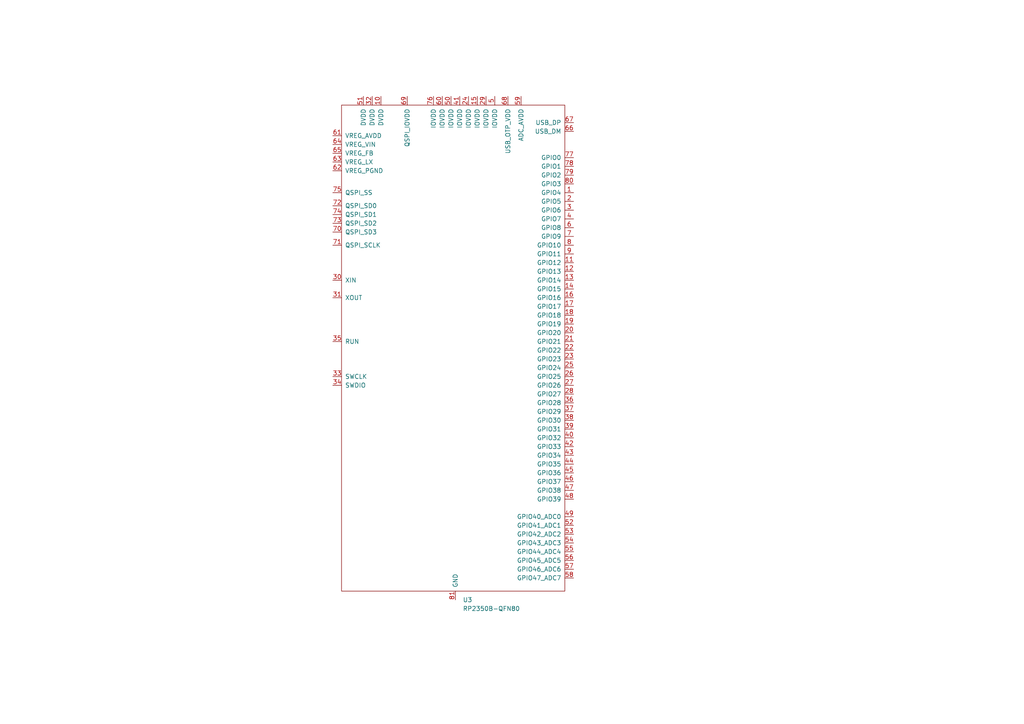
<source format=kicad_sch>
(kicad_sch
	(version 20250114)
	(generator "eeschema")
	(generator_version "9.0")
	(uuid "e7767ad8-a0a3-4c3a-bcf8-a69b1215a8b1")
	(paper "A4")
	(lib_symbols
		(symbol "rp2350b-qfn80:RP2350B-QFN80"
			(pin_names
				(offset 1.016)
			)
			(exclude_from_sim no)
			(in_bom yes)
			(on_board yes)
			(property "Reference" "U"
				(at 0 -1.27 0)
				(effects
					(font
						(size 1.27 1.27)
					)
				)
			)
			(property "Value" "RP2350B-QFN80"
				(at 0 1.27 0)
				(effects
					(font
						(size 1.27 1.27)
					)
				)
			)
			(property "Footprint" "RP2350X:RP2350B_QFN-80_EP_10.573x10.573_Pitch0.4mm"
				(at -6.35 45.72 0)
				(effects
					(font
						(size 1.27 1.27)
					)
					(hide yes)
				)
			)
			(property "Datasheet" ""
				(at -6.35 45.72 0)
				(effects
					(font
						(size 1.27 1.27)
					)
					(hide yes)
				)
			)
			(property "Description" ""
				(at -1.27 41.91 0)
				(effects
					(font
						(size 1.27 1.27)
					)
					(hide yes)
				)
			)
			(symbol "RP2350B-QFN80_0_1"
				(rectangle
					(start 31.75 66.04)
					(end -33.02 -74.93)
					(stroke
						(width 0)
						(type default)
					)
					(fill
						(type none)
					)
				)
			)
			(symbol "RP2350B-QFN80_1_0"
				(pin passive line
					(at 0 -77.47 90)
					(length 2.54)
					(name "GND"
						(effects
							(font
								(size 1.27 1.27)
							)
						)
					)
					(number "81"
						(effects
							(font
								(size 1.27 1.27)
							)
						)
					)
				)
			)
			(symbol "RP2350B-QFN80_1_1"
				(pin power_in line
					(at -35.56 57.15 0)
					(length 2.54)
					(name "VREG_AVDD"
						(effects
							(font
								(size 1.27 1.27)
							)
						)
					)
					(number "61"
						(effects
							(font
								(size 1.27 1.27)
							)
						)
					)
				)
				(pin power_in line
					(at -35.56 54.61 0)
					(length 2.54)
					(name "VREG_VIN"
						(effects
							(font
								(size 1.27 1.27)
							)
						)
					)
					(number "64"
						(effects
							(font
								(size 1.27 1.27)
							)
						)
					)
				)
				(pin power_in line
					(at -35.56 52.07 0)
					(length 2.54)
					(name "VREG_FB"
						(effects
							(font
								(size 1.27 1.27)
							)
						)
					)
					(number "65"
						(effects
							(font
								(size 1.27 1.27)
							)
						)
					)
				)
				(pin power_out line
					(at -35.56 49.53 0)
					(length 2.54)
					(name "VREG_LX"
						(effects
							(font
								(size 1.27 1.27)
							)
						)
					)
					(number "63"
						(effects
							(font
								(size 1.27 1.27)
							)
						)
					)
				)
				(pin passive line
					(at -35.56 46.99 0)
					(length 2.54)
					(name "VREG_PGND"
						(effects
							(font
								(size 1.27 1.27)
							)
						)
					)
					(number "62"
						(effects
							(font
								(size 1.27 1.27)
							)
						)
					)
				)
				(pin bidirectional line
					(at -35.56 40.64 0)
					(length 2.54)
					(name "QSPI_SS"
						(effects
							(font
								(size 1.27 1.27)
							)
						)
					)
					(number "75"
						(effects
							(font
								(size 1.27 1.27)
							)
						)
					)
				)
				(pin bidirectional line
					(at -35.56 36.83 0)
					(length 2.54)
					(name "QSPI_SD0"
						(effects
							(font
								(size 1.27 1.27)
							)
						)
					)
					(number "72"
						(effects
							(font
								(size 1.27 1.27)
							)
						)
					)
				)
				(pin bidirectional line
					(at -35.56 34.29 0)
					(length 2.54)
					(name "QSPI_SD1"
						(effects
							(font
								(size 1.27 1.27)
							)
						)
					)
					(number "74"
						(effects
							(font
								(size 1.27 1.27)
							)
						)
					)
				)
				(pin bidirectional line
					(at -35.56 31.75 0)
					(length 2.54)
					(name "QSPI_SD2"
						(effects
							(font
								(size 1.27 1.27)
							)
						)
					)
					(number "73"
						(effects
							(font
								(size 1.27 1.27)
							)
						)
					)
				)
				(pin bidirectional line
					(at -35.56 29.21 0)
					(length 2.54)
					(name "QSPI_SD3"
						(effects
							(font
								(size 1.27 1.27)
							)
						)
					)
					(number "70"
						(effects
							(font
								(size 1.27 1.27)
							)
						)
					)
				)
				(pin bidirectional line
					(at -35.56 25.4 0)
					(length 2.54)
					(name "QSPI_SCLK"
						(effects
							(font
								(size 1.27 1.27)
							)
						)
					)
					(number "71"
						(effects
							(font
								(size 1.27 1.27)
							)
						)
					)
				)
				(pin input line
					(at -35.56 15.24 0)
					(length 2.54)
					(name "XIN"
						(effects
							(font
								(size 1.27 1.27)
							)
						)
					)
					(number "30"
						(effects
							(font
								(size 1.27 1.27)
							)
						)
					)
				)
				(pin output line
					(at -35.56 10.16 0)
					(length 2.54)
					(name "XOUT"
						(effects
							(font
								(size 1.27 1.27)
							)
						)
					)
					(number "31"
						(effects
							(font
								(size 1.27 1.27)
							)
						)
					)
				)
				(pin input line
					(at -35.56 -2.54 0)
					(length 2.54)
					(name "RUN"
						(effects
							(font
								(size 1.27 1.27)
							)
						)
					)
					(number "35"
						(effects
							(font
								(size 1.27 1.27)
							)
						)
					)
				)
				(pin bidirectional line
					(at -35.56 -12.7 0)
					(length 2.54)
					(name "SWCLK"
						(effects
							(font
								(size 1.27 1.27)
							)
						)
					)
					(number "33"
						(effects
							(font
								(size 1.27 1.27)
							)
						)
					)
				)
				(pin bidirectional line
					(at -35.56 -15.24 0)
					(length 2.54)
					(name "SWDIO"
						(effects
							(font
								(size 1.27 1.27)
							)
						)
					)
					(number "34"
						(effects
							(font
								(size 1.27 1.27)
							)
						)
					)
				)
				(pin power_in line
					(at -26.67 68.58 270)
					(length 2.54)
					(name "DVDD"
						(effects
							(font
								(size 1.27 1.27)
							)
						)
					)
					(number "51"
						(effects
							(font
								(size 1.27 1.27)
							)
						)
					)
				)
				(pin power_in line
					(at -24.13 68.58 270)
					(length 2.54)
					(name "DVDD"
						(effects
							(font
								(size 1.27 1.27)
							)
						)
					)
					(number "32"
						(effects
							(font
								(size 1.27 1.27)
							)
						)
					)
				)
				(pin power_in line
					(at -21.59 68.58 270)
					(length 2.54)
					(name "DVDD"
						(effects
							(font
								(size 1.27 1.27)
							)
						)
					)
					(number "10"
						(effects
							(font
								(size 1.27 1.27)
							)
						)
					)
				)
				(pin bidirectional line
					(at -13.97 68.58 270)
					(length 2.54)
					(name "QSPI_IOVDD"
						(effects
							(font
								(size 1.27 1.27)
							)
						)
					)
					(number "69"
						(effects
							(font
								(size 1.27 1.27)
							)
						)
					)
				)
				(pin power_in line
					(at -6.35 68.58 270)
					(length 2.54)
					(name "IOVDD"
						(effects
							(font
								(size 1.27 1.27)
							)
						)
					)
					(number "76"
						(effects
							(font
								(size 1.27 1.27)
							)
						)
					)
				)
				(pin power_in line
					(at -3.81 68.58 270)
					(length 2.54)
					(name "IOVDD"
						(effects
							(font
								(size 1.27 1.27)
							)
						)
					)
					(number "60"
						(effects
							(font
								(size 1.27 1.27)
							)
						)
					)
				)
				(pin power_in line
					(at -1.27 68.58 270)
					(length 2.54)
					(name "IOVDD"
						(effects
							(font
								(size 1.27 1.27)
							)
						)
					)
					(number "50"
						(effects
							(font
								(size 1.27 1.27)
							)
						)
					)
				)
				(pin power_in line
					(at 1.27 68.58 270)
					(length 2.54)
					(name "IOVDD"
						(effects
							(font
								(size 1.27 1.27)
							)
						)
					)
					(number "41"
						(effects
							(font
								(size 1.27 1.27)
							)
						)
					)
				)
				(pin power_in line
					(at 3.81 68.58 270)
					(length 2.54)
					(name "IOVDD"
						(effects
							(font
								(size 1.27 1.27)
							)
						)
					)
					(number "24"
						(effects
							(font
								(size 1.27 1.27)
							)
						)
					)
				)
				(pin power_in line
					(at 6.35 68.58 270)
					(length 2.54)
					(name "IOVDD"
						(effects
							(font
								(size 1.27 1.27)
							)
						)
					)
					(number "15"
						(effects
							(font
								(size 1.27 1.27)
							)
						)
					)
				)
				(pin power_in line
					(at 8.89 68.58 270)
					(length 2.54)
					(name "IOVDD"
						(effects
							(font
								(size 1.27 1.27)
							)
						)
					)
					(number "29"
						(effects
							(font
								(size 1.27 1.27)
							)
						)
					)
				)
				(pin power_in line
					(at 11.43 68.58 270)
					(length 2.54)
					(name "IOVDD"
						(effects
							(font
								(size 1.27 1.27)
							)
						)
					)
					(number "5"
						(effects
							(font
								(size 1.27 1.27)
							)
						)
					)
				)
				(pin power_in line
					(at 15.24 68.58 270)
					(length 2.54)
					(name "USB_OTP_VDD"
						(effects
							(font
								(size 1.27 1.27)
							)
						)
					)
					(number "68"
						(effects
							(font
								(size 1.27 1.27)
							)
						)
					)
				)
				(pin power_in line
					(at 19.05 68.58 270)
					(length 2.54)
					(name "ADC_AVDD"
						(effects
							(font
								(size 1.27 1.27)
							)
						)
					)
					(number "59"
						(effects
							(font
								(size 1.27 1.27)
							)
						)
					)
				)
				(pin bidirectional line
					(at 34.29 60.96 180)
					(length 2.54)
					(name "USB_DP"
						(effects
							(font
								(size 1.27 1.27)
							)
						)
					)
					(number "67"
						(effects
							(font
								(size 1.27 1.27)
							)
						)
					)
				)
				(pin bidirectional line
					(at 34.29 58.42 180)
					(length 2.54)
					(name "USB_DM"
						(effects
							(font
								(size 1.27 1.27)
							)
						)
					)
					(number "66"
						(effects
							(font
								(size 1.27 1.27)
							)
						)
					)
				)
				(pin bidirectional line
					(at 34.29 50.8 180)
					(length 2.54)
					(name "GPIO0"
						(effects
							(font
								(size 1.27 1.27)
							)
						)
					)
					(number "77"
						(effects
							(font
								(size 1.27 1.27)
							)
						)
					)
				)
				(pin bidirectional line
					(at 34.29 48.26 180)
					(length 2.54)
					(name "GPIO1"
						(effects
							(font
								(size 1.27 1.27)
							)
						)
					)
					(number "78"
						(effects
							(font
								(size 1.27 1.27)
							)
						)
					)
				)
				(pin bidirectional line
					(at 34.29 45.72 180)
					(length 2.54)
					(name "GPIO2"
						(effects
							(font
								(size 1.27 1.27)
							)
						)
					)
					(number "79"
						(effects
							(font
								(size 1.27 1.27)
							)
						)
					)
				)
				(pin bidirectional line
					(at 34.29 43.18 180)
					(length 2.54)
					(name "GPIO3"
						(effects
							(font
								(size 1.27 1.27)
							)
						)
					)
					(number "80"
						(effects
							(font
								(size 1.27 1.27)
							)
						)
					)
				)
				(pin bidirectional line
					(at 34.29 40.64 180)
					(length 2.54)
					(name "GPIO4"
						(effects
							(font
								(size 1.27 1.27)
							)
						)
					)
					(number "1"
						(effects
							(font
								(size 1.27 1.27)
							)
						)
					)
				)
				(pin bidirectional line
					(at 34.29 38.1 180)
					(length 2.54)
					(name "GPIO5"
						(effects
							(font
								(size 1.27 1.27)
							)
						)
					)
					(number "2"
						(effects
							(font
								(size 1.27 1.27)
							)
						)
					)
				)
				(pin bidirectional line
					(at 34.29 35.56 180)
					(length 2.54)
					(name "GPIO6"
						(effects
							(font
								(size 1.27 1.27)
							)
						)
					)
					(number "3"
						(effects
							(font
								(size 1.27 1.27)
							)
						)
					)
				)
				(pin bidirectional line
					(at 34.29 33.02 180)
					(length 2.54)
					(name "GPIO7"
						(effects
							(font
								(size 1.27 1.27)
							)
						)
					)
					(number "4"
						(effects
							(font
								(size 1.27 1.27)
							)
						)
					)
				)
				(pin bidirectional line
					(at 34.29 30.48 180)
					(length 2.54)
					(name "GPIO8"
						(effects
							(font
								(size 1.27 1.27)
							)
						)
					)
					(number "6"
						(effects
							(font
								(size 1.27 1.27)
							)
						)
					)
				)
				(pin bidirectional line
					(at 34.29 27.94 180)
					(length 2.54)
					(name "GPIO9"
						(effects
							(font
								(size 1.27 1.27)
							)
						)
					)
					(number "7"
						(effects
							(font
								(size 1.27 1.27)
							)
						)
					)
				)
				(pin bidirectional line
					(at 34.29 25.4 180)
					(length 2.54)
					(name "GPIO10"
						(effects
							(font
								(size 1.27 1.27)
							)
						)
					)
					(number "8"
						(effects
							(font
								(size 1.27 1.27)
							)
						)
					)
				)
				(pin bidirectional line
					(at 34.29 22.86 180)
					(length 2.54)
					(name "GPIO11"
						(effects
							(font
								(size 1.27 1.27)
							)
						)
					)
					(number "9"
						(effects
							(font
								(size 1.27 1.27)
							)
						)
					)
				)
				(pin bidirectional line
					(at 34.29 20.32 180)
					(length 2.54)
					(name "GPIO12"
						(effects
							(font
								(size 1.27 1.27)
							)
						)
					)
					(number "11"
						(effects
							(font
								(size 1.27 1.27)
							)
						)
					)
				)
				(pin bidirectional line
					(at 34.29 17.78 180)
					(length 2.54)
					(name "GPIO13"
						(effects
							(font
								(size 1.27 1.27)
							)
						)
					)
					(number "12"
						(effects
							(font
								(size 1.27 1.27)
							)
						)
					)
				)
				(pin bidirectional line
					(at 34.29 15.24 180)
					(length 2.54)
					(name "GPIO14"
						(effects
							(font
								(size 1.27 1.27)
							)
						)
					)
					(number "13"
						(effects
							(font
								(size 1.27 1.27)
							)
						)
					)
				)
				(pin bidirectional line
					(at 34.29 12.7 180)
					(length 2.54)
					(name "GPIO15"
						(effects
							(font
								(size 1.27 1.27)
							)
						)
					)
					(number "14"
						(effects
							(font
								(size 1.27 1.27)
							)
						)
					)
				)
				(pin bidirectional line
					(at 34.29 10.16 180)
					(length 2.54)
					(name "GPIO16"
						(effects
							(font
								(size 1.27 1.27)
							)
						)
					)
					(number "16"
						(effects
							(font
								(size 1.27 1.27)
							)
						)
					)
				)
				(pin bidirectional line
					(at 34.29 7.62 180)
					(length 2.54)
					(name "GPIO17"
						(effects
							(font
								(size 1.27 1.27)
							)
						)
					)
					(number "17"
						(effects
							(font
								(size 1.27 1.27)
							)
						)
					)
				)
				(pin bidirectional line
					(at 34.29 5.08 180)
					(length 2.54)
					(name "GPIO18"
						(effects
							(font
								(size 1.27 1.27)
							)
						)
					)
					(number "18"
						(effects
							(font
								(size 1.27 1.27)
							)
						)
					)
				)
				(pin bidirectional line
					(at 34.29 2.54 180)
					(length 2.54)
					(name "GPIO19"
						(effects
							(font
								(size 1.27 1.27)
							)
						)
					)
					(number "19"
						(effects
							(font
								(size 1.27 1.27)
							)
						)
					)
				)
				(pin bidirectional line
					(at 34.29 0 180)
					(length 2.54)
					(name "GPIO20"
						(effects
							(font
								(size 1.27 1.27)
							)
						)
					)
					(number "20"
						(effects
							(font
								(size 1.27 1.27)
							)
						)
					)
				)
				(pin bidirectional line
					(at 34.29 -2.54 180)
					(length 2.54)
					(name "GPIO21"
						(effects
							(font
								(size 1.27 1.27)
							)
						)
					)
					(number "21"
						(effects
							(font
								(size 1.27 1.27)
							)
						)
					)
				)
				(pin bidirectional line
					(at 34.29 -5.08 180)
					(length 2.54)
					(name "GPIO22"
						(effects
							(font
								(size 1.27 1.27)
							)
						)
					)
					(number "22"
						(effects
							(font
								(size 1.27 1.27)
							)
						)
					)
				)
				(pin bidirectional line
					(at 34.29 -7.62 180)
					(length 2.54)
					(name "GPIO23"
						(effects
							(font
								(size 1.27 1.27)
							)
						)
					)
					(number "23"
						(effects
							(font
								(size 1.27 1.27)
							)
						)
					)
				)
				(pin bidirectional line
					(at 34.29 -10.16 180)
					(length 2.54)
					(name "GPIO24"
						(effects
							(font
								(size 1.27 1.27)
							)
						)
					)
					(number "25"
						(effects
							(font
								(size 1.27 1.27)
							)
						)
					)
				)
				(pin bidirectional line
					(at 34.29 -12.7 180)
					(length 2.54)
					(name "GPIO25"
						(effects
							(font
								(size 1.27 1.27)
							)
						)
					)
					(number "26"
						(effects
							(font
								(size 1.27 1.27)
							)
						)
					)
				)
				(pin bidirectional line
					(at 34.29 -15.24 180)
					(length 2.54)
					(name "GPIO26"
						(effects
							(font
								(size 1.27 1.27)
							)
						)
					)
					(number "27"
						(effects
							(font
								(size 1.27 1.27)
							)
						)
					)
				)
				(pin bidirectional line
					(at 34.29 -17.78 180)
					(length 2.54)
					(name "GPIO27"
						(effects
							(font
								(size 1.27 1.27)
							)
						)
					)
					(number "28"
						(effects
							(font
								(size 1.27 1.27)
							)
						)
					)
				)
				(pin bidirectional line
					(at 34.29 -20.32 180)
					(length 2.54)
					(name "GPIO28"
						(effects
							(font
								(size 1.27 1.27)
							)
						)
					)
					(number "36"
						(effects
							(font
								(size 1.27 1.27)
							)
						)
					)
				)
				(pin bidirectional line
					(at 34.29 -22.86 180)
					(length 2.54)
					(name "GPIO29"
						(effects
							(font
								(size 1.27 1.27)
							)
						)
					)
					(number "37"
						(effects
							(font
								(size 1.27 1.27)
							)
						)
					)
				)
				(pin bidirectional line
					(at 34.29 -25.4 180)
					(length 2.54)
					(name "GPIO30"
						(effects
							(font
								(size 1.27 1.27)
							)
						)
					)
					(number "38"
						(effects
							(font
								(size 1.27 1.27)
							)
						)
					)
				)
				(pin bidirectional line
					(at 34.29 -27.94 180)
					(length 2.54)
					(name "GPIO31"
						(effects
							(font
								(size 1.27 1.27)
							)
						)
					)
					(number "39"
						(effects
							(font
								(size 1.27 1.27)
							)
						)
					)
				)
				(pin bidirectional line
					(at 34.29 -30.48 180)
					(length 2.54)
					(name "GPIO32"
						(effects
							(font
								(size 1.27 1.27)
							)
						)
					)
					(number "40"
						(effects
							(font
								(size 1.27 1.27)
							)
						)
					)
				)
				(pin bidirectional line
					(at 34.29 -33.02 180)
					(length 2.54)
					(name "GPIO33"
						(effects
							(font
								(size 1.27 1.27)
							)
						)
					)
					(number "42"
						(effects
							(font
								(size 1.27 1.27)
							)
						)
					)
				)
				(pin bidirectional line
					(at 34.29 -35.56 180)
					(length 2.54)
					(name "GPIO34"
						(effects
							(font
								(size 1.27 1.27)
							)
						)
					)
					(number "43"
						(effects
							(font
								(size 1.27 1.27)
							)
						)
					)
				)
				(pin bidirectional line
					(at 34.29 -38.1 180)
					(length 2.54)
					(name "GPIO35"
						(effects
							(font
								(size 1.27 1.27)
							)
						)
					)
					(number "44"
						(effects
							(font
								(size 1.27 1.27)
							)
						)
					)
				)
				(pin bidirectional line
					(at 34.29 -40.64 180)
					(length 2.54)
					(name "GPIO36"
						(effects
							(font
								(size 1.27 1.27)
							)
						)
					)
					(number "45"
						(effects
							(font
								(size 1.27 1.27)
							)
						)
					)
				)
				(pin bidirectional line
					(at 34.29 -43.18 180)
					(length 2.54)
					(name "GPIO37"
						(effects
							(font
								(size 1.27 1.27)
							)
						)
					)
					(number "46"
						(effects
							(font
								(size 1.27 1.27)
							)
						)
					)
				)
				(pin bidirectional line
					(at 34.29 -45.72 180)
					(length 2.54)
					(name "GPIO38"
						(effects
							(font
								(size 1.27 1.27)
							)
						)
					)
					(number "47"
						(effects
							(font
								(size 1.27 1.27)
							)
						)
					)
				)
				(pin bidirectional line
					(at 34.29 -48.26 180)
					(length 2.54)
					(name "GPIO39"
						(effects
							(font
								(size 1.27 1.27)
							)
						)
					)
					(number "48"
						(effects
							(font
								(size 1.27 1.27)
							)
						)
					)
				)
				(pin bidirectional line
					(at 34.29 -53.34 180)
					(length 2.54)
					(name "GPIO40_ADC0"
						(effects
							(font
								(size 1.27 1.27)
							)
						)
					)
					(number "49"
						(effects
							(font
								(size 1.27 1.27)
							)
						)
					)
				)
				(pin bidirectional line
					(at 34.29 -55.88 180)
					(length 2.54)
					(name "GPIO41_ADC1"
						(effects
							(font
								(size 1.27 1.27)
							)
						)
					)
					(number "52"
						(effects
							(font
								(size 1.27 1.27)
							)
						)
					)
				)
				(pin bidirectional line
					(at 34.29 -58.42 180)
					(length 2.54)
					(name "GPIO42_ADC2"
						(effects
							(font
								(size 1.27 1.27)
							)
						)
					)
					(number "53"
						(effects
							(font
								(size 1.27 1.27)
							)
						)
					)
				)
				(pin bidirectional line
					(at 34.29 -60.96 180)
					(length 2.54)
					(name "GPIO43_ADC3"
						(effects
							(font
								(size 1.27 1.27)
							)
						)
					)
					(number "54"
						(effects
							(font
								(size 1.27 1.27)
							)
						)
					)
				)
				(pin bidirectional line
					(at 34.29 -63.5 180)
					(length 2.54)
					(name "GPIO44_ADC4"
						(effects
							(font
								(size 1.27 1.27)
							)
						)
					)
					(number "55"
						(effects
							(font
								(size 1.27 1.27)
							)
						)
					)
				)
				(pin bidirectional line
					(at 34.29 -66.04 180)
					(length 2.54)
					(name "GPIO45_ADC5"
						(effects
							(font
								(size 1.27 1.27)
							)
						)
					)
					(number "56"
						(effects
							(font
								(size 1.27 1.27)
							)
						)
					)
				)
				(pin bidirectional line
					(at 34.29 -68.58 180)
					(length 2.54)
					(name "GPIO46_ADC6"
						(effects
							(font
								(size 1.27 1.27)
							)
						)
					)
					(number "57"
						(effects
							(font
								(size 1.27 1.27)
							)
						)
					)
				)
				(pin bidirectional line
					(at 34.29 -71.12 180)
					(length 2.54)
					(name "GPIO47_ADC7"
						(effects
							(font
								(size 1.27 1.27)
							)
						)
					)
					(number "58"
						(effects
							(font
								(size 1.27 1.27)
							)
						)
					)
				)
			)
			(embedded_fonts no)
		)
	)
	(symbol
		(lib_id "rp2350b-qfn80:RP2350B-QFN80")
		(at 132.08 96.52 0)
		(unit 1)
		(exclude_from_sim no)
		(in_bom yes)
		(on_board yes)
		(dnp no)
		(fields_autoplaced yes)
		(uuid "aea81258-a861-4181-af03-25e48b78db12")
		(property "Reference" "U3"
			(at 134.2233 173.99 0)
			(effects
				(font
					(size 1.27 1.27)
				)
				(justify left)
			)
		)
		(property "Value" "RP2350B-QFN80"
			(at 134.2233 176.53 0)
			(effects
				(font
					(size 1.27 1.27)
				)
				(justify left)
			)
		)
		(property "Footprint" "RP2350X:RP2350B_QFN-80_EP_10.573x10.573_Pitch0.4mm"
			(at 125.73 50.8 0)
			(effects
				(font
					(size 1.27 1.27)
				)
				(hide yes)
			)
		)
		(property "Datasheet" ""
			(at 125.73 50.8 0)
			(effects
				(font
					(size 1.27 1.27)
				)
				(hide yes)
			)
		)
		(property "Description" ""
			(at 130.81 54.61 0)
			(effects
				(font
					(size 1.27 1.27)
				)
				(hide yes)
			)
		)
		(pin "4"
			(uuid "300dde5b-8213-4993-89a7-dec9ab0efa07")
		)
		(pin "7"
			(uuid "962dbe47-96d2-489d-bb6f-34760dfd2788")
		)
		(pin "9"
			(uuid "d94ed014-ad0d-48c3-b87e-c42a6ecb000e")
		)
		(pin "24"
			(uuid "168c04a8-d8f6-4ab1-92da-e50b9ceca99d")
		)
		(pin "80"
			(uuid "7f2bb2c2-8cb8-4426-846a-a0cc86f2a82e")
		)
		(pin "66"
			(uuid "b5c19f39-c0ff-4f11-ad4c-40d897e7d985")
		)
		(pin "78"
			(uuid "78db9403-25dd-492b-b7bd-142e1154385e")
		)
		(pin "2"
			(uuid "7c96cf2f-d741-4454-9954-974302aff7d2")
		)
		(pin "60"
			(uuid "96ef6002-ccad-4cd6-a514-b50c8a600069")
		)
		(pin "50"
			(uuid "8be8f5e3-a07d-4b08-b2d8-9c7d40d1836b")
		)
		(pin "59"
			(uuid "51dfac15-1df9-4404-b596-a6efc82f33df")
		)
		(pin "41"
			(uuid "ef28a090-6840-42ed-9160-2d8d307cf69e")
		)
		(pin "29"
			(uuid "3544bd97-e050-45f1-a022-9d12bb4811a5")
		)
		(pin "77"
			(uuid "f48b5935-3a7b-4155-a56d-8b593d2df020")
		)
		(pin "68"
			(uuid "55c4b876-cef3-4111-b177-46ade8b55b59")
		)
		(pin "15"
			(uuid "1c4ef911-73a8-473a-a450-4c28ee761786")
		)
		(pin "5"
			(uuid "8f0e6aff-e52c-497f-9b7e-aaab46e7739e")
		)
		(pin "79"
			(uuid "fb36ff27-c4f7-4200-b64e-364d8121c84f")
		)
		(pin "1"
			(uuid "19dd6da4-d1ec-40bf-ad53-ba69aef171ee")
		)
		(pin "76"
			(uuid "356b3794-5340-4343-8916-9cfb718cebd7")
		)
		(pin "3"
			(uuid "708535ef-7e50-4060-ac69-ba3eac8711a9")
		)
		(pin "67"
			(uuid "49e5c0f2-1184-49c9-be13-f95cfe00fd58")
		)
		(pin "6"
			(uuid "c5e2fda1-6c4c-4162-868a-3fd4d216b3f7")
		)
		(pin "8"
			(uuid "eb5adeb6-9263-4272-b340-e9be4f78866e")
		)
		(pin "25"
			(uuid "77e55206-ed79-4206-8cee-20ad648e4e86")
		)
		(pin "44"
			(uuid "f1ee9872-eb2a-4240-92e9-5218e9f051cd")
		)
		(pin "18"
			(uuid "6da28fad-9fc1-4324-8fec-1cb83a08b563")
		)
		(pin "14"
			(uuid "0dd13bcb-6d9b-4d42-8b58-8041999432fe")
		)
		(pin "36"
			(uuid "dbe43f1b-efba-460b-8408-57cfe0bd1fe4")
		)
		(pin "52"
			(uuid "b25a7c82-4db4-46d7-b55d-21ca2b3bee1a")
		)
		(pin "43"
			(uuid "aa571119-456e-4380-aaa1-4d93315c0ddc")
		)
		(pin "42"
			(uuid "9ec2ffc9-adf3-4d91-9cca-065db2e188f3")
		)
		(pin "47"
			(uuid "864700a3-db48-47d8-b9eb-37e226a64e28")
		)
		(pin "26"
			(uuid "baceb589-d050-444e-a8f0-5ee45df27e57")
		)
		(pin "27"
			(uuid "ecdafa69-cbb5-42e5-935a-01f1aaff9668")
		)
		(pin "39"
			(uuid "97bffd5e-0de7-4fc0-b3d4-1e89c00381ed")
		)
		(pin "11"
			(uuid "80f9303d-8659-4c62-b726-8a55ca3b3a07")
		)
		(pin "16"
			(uuid "e5ecd0d1-8665-49c8-b164-40ca7f21c275")
		)
		(pin "13"
			(uuid "d7d1e9ca-df02-4696-a9ad-1534af723d7f")
		)
		(pin "20"
			(uuid "dc5ebe31-3d15-499f-ad3f-c6b3b94caff9")
		)
		(pin "28"
			(uuid "959b8678-362d-4b0c-9981-7bca5f08cfce")
		)
		(pin "21"
			(uuid "2c35451f-aa82-413c-8a5a-b7090b8c681a")
		)
		(pin "38"
			(uuid "2f412d42-fd71-4ef6-bff1-1427ed9962af")
		)
		(pin "22"
			(uuid "ef5bd0f8-0012-4eb1-9be4-dfcd13c1ba35")
		)
		(pin "37"
			(uuid "977d81c0-aa14-4d8e-9625-5567e703870d")
		)
		(pin "19"
			(uuid "b25b0eee-3330-4a09-af71-f4e0a0ced7b1")
		)
		(pin "12"
			(uuid "0ea82ab5-6f22-44c9-802f-2465e37e5310")
		)
		(pin "17"
			(uuid "ea015985-844b-49af-bdbd-e503ae73cfda")
		)
		(pin "23"
			(uuid "b8b6f074-1473-4ccc-afde-ee52a29c6fb9")
		)
		(pin "40"
			(uuid "3c94fedb-2ad0-4e32-b1c2-d34a11487711")
		)
		(pin "45"
			(uuid "116cd142-b183-493b-8e53-11e84ad11866")
		)
		(pin "46"
			(uuid "6af04e54-ed2f-485f-9cd7-f55daed8cf9f")
		)
		(pin "48"
			(uuid "da29fa1c-880d-4f19-bbe6-f5157a26c6f6")
		)
		(pin "49"
			(uuid "a9e158f3-1c73-4b9a-89f4-bf3f05320c20")
		)
		(pin "53"
			(uuid "3caecf08-9789-44d2-a501-b35b01f709c2")
		)
		(pin "54"
			(uuid "f99e6275-bce7-459c-b17c-808a7f2943bd")
		)
		(pin "55"
			(uuid "572099db-53b0-4b96-9100-2f072252e98f")
		)
		(pin "56"
			(uuid "5837acf2-82c3-4b13-b3ca-76dfece4429d")
		)
		(pin "57"
			(uuid "02d3b38d-c592-4a3b-9a5a-96db1e981aa7")
		)
		(pin "58"
			(uuid "3d6f55b2-8ba8-4d03-81c4-e8a4900fee89")
		)
		(pin "34"
			(uuid "d3a7fb47-83ea-46fd-a5b9-77a3956b3a49")
		)
		(pin "72"
			(uuid "4a10bbe5-d7f5-4c88-8d26-06b58aacd76d")
		)
		(pin "65"
			(uuid "50b1da9a-b239-4d79-aaf4-46f787e9140e")
		)
		(pin "75"
			(uuid "03c8fdf1-9cd8-46c7-b16a-8b44ff28ca78")
		)
		(pin "35"
			(uuid "b7dd4b00-0fa8-4617-813d-7cdaf64ed24e")
		)
		(pin "32"
			(uuid "3bd63153-e21e-497d-a9f4-9b3be28dac6a")
		)
		(pin "70"
			(uuid "c29d1cb5-323b-40a2-ba12-5921fa64ebd7")
		)
		(pin "31"
			(uuid "ce92d9a2-2e19-4015-9802-de86693d2035")
		)
		(pin "63"
			(uuid "6f941a9c-1f0e-4007-9e8b-5fa69afeacca")
		)
		(pin "64"
			(uuid "5d61bac2-35f9-4c9f-b09b-aadc67e2c796")
		)
		(pin "62"
			(uuid "ac4fb40e-f5ea-43c0-8051-91937cbd658c")
		)
		(pin "73"
			(uuid "0cb51e99-7922-4fb1-8853-962e846c5f04")
		)
		(pin "51"
			(uuid "de7928db-82f4-4e41-a77f-aafe3c84aab6")
		)
		(pin "81"
			(uuid "f45e1def-0dd9-4dbc-9dda-a1e66fbdd8fd")
		)
		(pin "30"
			(uuid "439f2ec9-ccc6-4ce6-a30c-26a9eb240569")
		)
		(pin "61"
			(uuid "126d63ab-21d0-427f-8a51-48764272ab68")
		)
		(pin "71"
			(uuid "fffe64fb-521f-4c2b-93f5-22bf599b8207")
		)
		(pin "10"
			(uuid "131a26ab-ff99-428f-8d0f-a66c39d8ccad")
		)
		(pin "74"
			(uuid "8490acc9-67b1-472e-b1c9-2d43c8a737b5")
		)
		(pin "69"
			(uuid "930ca46a-de39-4149-b8cb-690d7673724f")
		)
		(pin "33"
			(uuid "0d80d692-ba99-45dd-a75d-5ab738d2dfc2")
		)
		(instances
			(project ""
				(path "/31ba118e-63c6-4589-abeb-d0c379bb13c1/c6c9b9a9-ddbf-445b-97cd-a6e878077684"
					(reference "U3")
					(unit 1)
				)
			)
		)
	)
)

</source>
